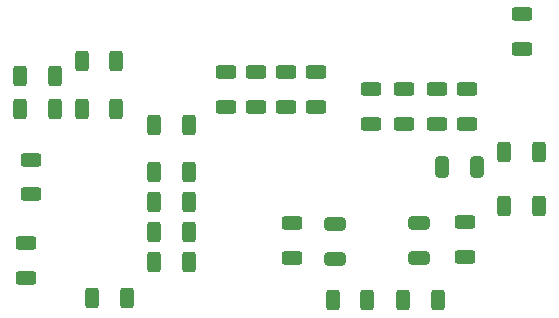
<source format=gbr>
%TF.GenerationSoftware,KiCad,Pcbnew,(6.0.4-0)*%
%TF.CreationDate,2023-08-14T15:40:46-05:00*%
%TF.ProjectId,model_cell,6d6f6465-6c5f-4636-956c-6c2e6b696361,rev?*%
%TF.SameCoordinates,Original*%
%TF.FileFunction,Paste,Top*%
%TF.FilePolarity,Positive*%
%FSLAX46Y46*%
G04 Gerber Fmt 4.6, Leading zero omitted, Abs format (unit mm)*
G04 Created by KiCad (PCBNEW (6.0.4-0)) date 2023-08-14 15:40:46*
%MOMM*%
%LPD*%
G01*
G04 APERTURE LIST*
G04 Aperture macros list*
%AMRoundRect*
0 Rectangle with rounded corners*
0 $1 Rounding radius*
0 $2 $3 $4 $5 $6 $7 $8 $9 X,Y pos of 4 corners*
0 Add a 4 corners polygon primitive as box body*
4,1,4,$2,$3,$4,$5,$6,$7,$8,$9,$2,$3,0*
0 Add four circle primitives for the rounded corners*
1,1,$1+$1,$2,$3*
1,1,$1+$1,$4,$5*
1,1,$1+$1,$6,$7*
1,1,$1+$1,$8,$9*
0 Add four rect primitives between the rounded corners*
20,1,$1+$1,$2,$3,$4,$5,0*
20,1,$1+$1,$4,$5,$6,$7,0*
20,1,$1+$1,$6,$7,$8,$9,0*
20,1,$1+$1,$8,$9,$2,$3,0*%
G04 Aperture macros list end*
%ADD10RoundRect,0.250000X0.312500X0.625000X-0.312500X0.625000X-0.312500X-0.625000X0.312500X-0.625000X0*%
%ADD11RoundRect,0.250000X-0.325000X-0.650000X0.325000X-0.650000X0.325000X0.650000X-0.325000X0.650000X0*%
%ADD12RoundRect,0.250000X-0.312500X-0.625000X0.312500X-0.625000X0.312500X0.625000X-0.312500X0.625000X0*%
%ADD13RoundRect,0.250000X0.650000X-0.325000X0.650000X0.325000X-0.650000X0.325000X-0.650000X-0.325000X0*%
%ADD14RoundRect,0.250000X0.625000X-0.312500X0.625000X0.312500X-0.625000X0.312500X-0.625000X-0.312500X0*%
%ADD15RoundRect,0.250000X-0.625000X0.312500X-0.625000X-0.312500X0.625000X-0.312500X0.625000X0.312500X0*%
%ADD16RoundRect,0.250000X-0.650000X0.325000X-0.650000X-0.325000X0.650000X-0.325000X0.650000X0.325000X0*%
G04 APERTURE END LIST*
D10*
%TO.C,R51*%
X45353700Y6108700D03*
X42428700Y6108700D03*
%TD*%
%TO.C,R17*%
X24246700Y11851800D03*
X21321700Y11851800D03*
%TD*%
%TO.C,R18*%
X24246700Y9311800D03*
X21321700Y9311800D03*
%TD*%
D11*
%TO.C,C20*%
X45718200Y17335500D03*
X48668200Y17335500D03*
%TD*%
D10*
%TO.C,R15*%
X24246700Y14391800D03*
X21321700Y14391800D03*
%TD*%
D12*
%TO.C,Rsb1*%
X15199900Y26327100D03*
X18124900Y26327100D03*
%TD*%
D13*
%TO.C,Cma1*%
X36677600Y9612100D03*
X36677600Y12562100D03*
%TD*%
D12*
%TO.C,RIa1*%
X15199900Y22263100D03*
X18124900Y22263100D03*
%TD*%
D14*
%TO.C,R14*%
X39725600Y21054600D03*
X39725600Y23979600D03*
%TD*%
D12*
%TO.C,R4*%
X9967500Y25082500D03*
X12892500Y25082500D03*
%TD*%
D15*
%TO.C,R2*%
X10515600Y10924000D03*
X10515600Y7999000D03*
%TD*%
D16*
%TO.C,Cmb1*%
X43738800Y12653000D03*
X43738800Y9703000D03*
%TD*%
D12*
%TO.C,R16*%
X50988500Y18605500D03*
X53913500Y18605500D03*
%TD*%
D14*
%TO.C,R12*%
X45313600Y21054600D03*
X45313600Y23979600D03*
%TD*%
%TO.C,R13*%
X42519600Y21054600D03*
X42519600Y23979600D03*
%TD*%
D10*
%TO.C,R10*%
X24246700Y16931800D03*
X21321700Y16931800D03*
%TD*%
D15*
%TO.C,Rmb1*%
X47650400Y12691300D03*
X47650400Y9766300D03*
%TD*%
%TO.C,R1*%
X52476400Y30329600D03*
X52476400Y27404600D03*
%TD*%
D12*
%TO.C,R5*%
X9967500Y22288500D03*
X12892500Y22288500D03*
%TD*%
%TO.C,R20*%
X21346700Y20942300D03*
X24271700Y20942300D03*
%TD*%
D15*
%TO.C,R9*%
X27432000Y25402000D03*
X27432000Y22477000D03*
%TD*%
D14*
%TO.C,Rma1*%
X32969200Y9675400D03*
X32969200Y12600400D03*
%TD*%
D15*
%TO.C,R6*%
X35052000Y25402000D03*
X35052000Y22477000D03*
%TD*%
%TO.C,R8*%
X29972000Y25402000D03*
X29972000Y22477000D03*
%TD*%
D12*
%TO.C,RI1*%
X50963100Y14084300D03*
X53888100Y14084300D03*
%TD*%
D10*
%TO.C,RI2*%
X18988500Y6311900D03*
X16063500Y6311900D03*
%TD*%
D14*
%TO.C,R11*%
X47853600Y21054600D03*
X47853600Y23979600D03*
%TD*%
D12*
%TO.C,R71*%
X36434300Y6108700D03*
X39359300Y6108700D03*
%TD*%
D14*
%TO.C,R3*%
X10871200Y15060200D03*
X10871200Y17985200D03*
%TD*%
D15*
%TO.C,R7*%
X32512000Y25402000D03*
X32512000Y22477000D03*
%TD*%
M02*

</source>
